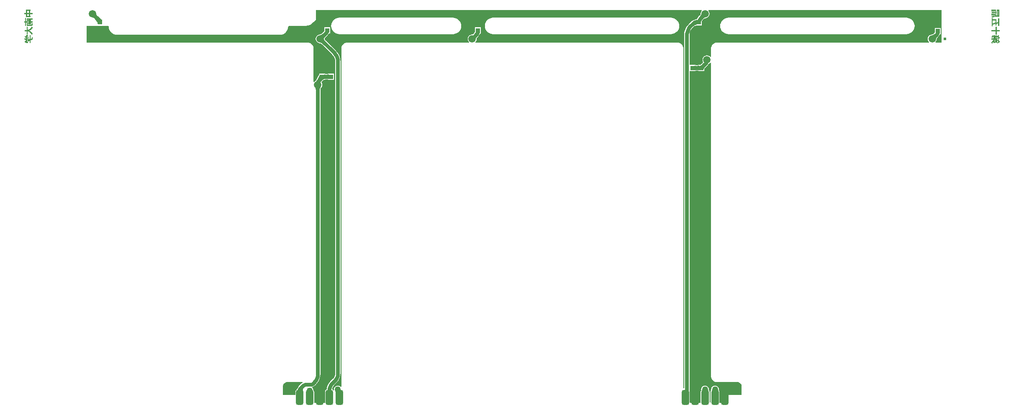
<source format=gbl>
G04*
G04 #@! TF.GenerationSoftware,Altium Limited,Altium Designer,20.1.11 (218)*
G04*
G04 Layer_Physical_Order=2*
G04 Layer_Color=16711680*
%FSLAX25Y25*%
%MOIN*%
G70*
G04*
G04 #@! TF.SameCoordinates,67DEA893-D948-4B9D-9317-8289C47B3BC5*
G04*
G04*
G04 #@! TF.FilePolarity,Positive*
G04*
G01*
G75*
%ADD12R,0.03500X0.03800*%
%ADD17C,0.03150*%
%ADD19C,0.05906*%
%ADD20C,0.02400*%
%ADD21C,0.05000*%
G04:AMPARAMS|DCode=22|XSize=59.06mil|YSize=118.11mil|CornerRadius=14.76mil|HoleSize=0mil|Usage=FLASHONLY|Rotation=0.000|XOffset=0mil|YOffset=0mil|HoleType=Round|Shape=RoundedRectangle|*
%AMROUNDEDRECTD22*
21,1,0.05906,0.08858,0,0,0.0*
21,1,0.02953,0.11811,0,0,0.0*
1,1,0.02953,0.01476,-0.04429*
1,1,0.02953,-0.01476,-0.04429*
1,1,0.02953,-0.01476,0.04429*
1,1,0.02953,0.01476,0.04429*
%
%ADD22ROUNDEDRECTD22*%
G36*
X342000Y-26783D02*
X337193D01*
X337089Y-26478D01*
X337055Y-26283D01*
X337602Y-25570D01*
X337960Y-24707D01*
X338082Y-23779D01*
X338034Y-23416D01*
X338075Y-23345D01*
X338153Y-23230D01*
X338799Y-22478D01*
X339019Y-22253D01*
X339019Y-22252D01*
X339237Y-22034D01*
X339293Y-21951D01*
X340027Y-21057D01*
X340592Y-19998D01*
X341348D01*
Y-15002D01*
X336652D01*
Y-18493D01*
X336317Y-18995D01*
X336246Y-19042D01*
X336032Y-19256D01*
X336031Y-19256D01*
X335583Y-19686D01*
X335211Y-20005D01*
X335063Y-20118D01*
X334934Y-20205D01*
X334863Y-20245D01*
X334500Y-20198D01*
X333573Y-20320D01*
X332709Y-20678D01*
X331967Y-21247D01*
X331398Y-21989D01*
X331040Y-22852D01*
X330918Y-23779D01*
X331040Y-24707D01*
X331398Y-25570D01*
X331945Y-26283D01*
X331911Y-26478D01*
X331807Y-26783D01*
X162992D01*
X162972Y-26787D01*
X162953Y-26784D01*
X162569Y-26803D01*
X162511Y-26817D01*
X162451Y-26817D01*
X161700Y-26967D01*
X161627Y-26997D01*
X161549Y-27013D01*
X160841Y-27306D01*
X160775Y-27350D01*
X160702Y-27380D01*
X160065Y-27806D01*
X160009Y-27862D01*
X159943Y-27906D01*
X159401Y-28448D01*
X159357Y-28514D01*
X159301Y-28569D01*
X158876Y-29207D01*
X158845Y-29280D01*
X158802Y-29346D01*
X158508Y-30054D01*
X158493Y-30131D01*
X158463Y-30204D01*
X158313Y-30956D01*
Y-31016D01*
X158299Y-31073D01*
X158280Y-31457D01*
X158283Y-31476D01*
X158279Y-31496D01*
Y-38118D01*
X157779Y-38288D01*
X157533Y-37967D01*
X156791Y-37398D01*
X155927Y-37040D01*
X155000Y-36918D01*
X154073Y-37040D01*
X153209Y-37398D01*
X152467Y-37967D01*
X151898Y-38709D01*
X151540Y-39573D01*
X151418Y-40500D01*
X151540Y-41427D01*
X151801Y-42057D01*
X151898Y-42291D01*
X151899Y-42292D01*
X152012Y-42496D01*
X150739Y-43727D01*
X150130Y-44263D01*
X149907Y-44440D01*
X149819Y-44502D01*
X148152D01*
Y-44751D01*
X146685Y-44848D01*
X146076Y-44808D01*
X145848Y-44780D01*
Y-44502D01*
X141615D01*
X141115Y-44017D01*
Y-20642D01*
X141096Y-20546D01*
X141239Y-19098D01*
X141689Y-17614D01*
X142420Y-16246D01*
X143343Y-15122D01*
X143425Y-15067D01*
X144913Y-13579D01*
X145594Y-13322D01*
X146530Y-12998D01*
X150911D01*
Y-9550D01*
X150986Y-9439D01*
X151275Y-9059D01*
X151621Y-8714D01*
X152033Y-8301D01*
X152034Y-8301D01*
X152257Y-8085D01*
X152667Y-7727D01*
X152843Y-7594D01*
X153008Y-7482D01*
X153155Y-7397D01*
X153283Y-7336D01*
X153306Y-7327D01*
X153563Y-7361D01*
X154490Y-7239D01*
X155354Y-6882D01*
X156096Y-6312D01*
X156665Y-5570D01*
X157023Y-4707D01*
X157145Y-3779D01*
X157023Y-2853D01*
X156665Y-1989D01*
X156118Y-1276D01*
X156152Y-1081D01*
X156255Y-776D01*
X342000D01*
Y-26783D01*
D02*
G37*
G36*
X153533Y-6732D02*
X153391Y-6743D01*
X153238Y-6777D01*
X153075Y-6835D01*
X152903Y-6918D01*
X152720Y-7024D01*
X152527Y-7154D01*
X152325Y-7307D01*
X151890Y-7687D01*
X151658Y-7912D01*
X149431Y-5685D01*
X149656Y-5452D01*
X150035Y-5018D01*
X150189Y-4815D01*
X150319Y-4623D01*
X150425Y-4440D01*
X150507Y-4267D01*
X150565Y-4105D01*
X150600Y-3952D01*
X150610Y-3809D01*
X153533Y-6732D01*
D02*
G37*
G36*
X146825Y-12388D02*
X146803Y-12374D01*
X146737Y-12378D01*
X146626Y-12403D01*
X146471Y-12446D01*
X145410Y-12813D01*
X144614Y-13113D01*
X143825Y-9792D01*
X146825Y-8612D01*
Y-12388D01*
D02*
G37*
G36*
X-331537Y-3952D02*
X-331502Y-4105D01*
X-331444Y-4267D01*
X-331362Y-4440D01*
X-331256Y-4623D01*
X-331126Y-4815D01*
X-330972Y-5018D01*
X-330593Y-5452D01*
X-330473Y-5576D01*
X-330140Y-5906D01*
X-327409Y-8311D01*
X-327140Y-8478D01*
X-326924Y-8579D01*
X-326762Y-8612D01*
X-330238Y-12388D01*
X-330260Y-11963D01*
X-330327Y-11536D01*
X-330438Y-11107D01*
X-330594Y-10675D01*
X-330795Y-10242D01*
X-331040Y-9806D01*
X-331329Y-9368D01*
X-331663Y-8928D01*
X-332042Y-8486D01*
X-332465Y-8042D01*
X-332064Y-7381D01*
X-332595Y-7912D01*
X-332827Y-7687D01*
X-333262Y-7307D01*
X-333464Y-7154D01*
X-333657Y-7024D01*
X-333840Y-6918D01*
X-334012Y-6835D01*
X-334175Y-6777D01*
X-334328Y-6743D01*
X-334471Y-6732D01*
X-331547Y-3809D01*
X-331537Y-3952D01*
D02*
G37*
G36*
X150974Y-1081D02*
X151008Y-1276D01*
X150461Y-1989D01*
X150103Y-2853D01*
X149981Y-3779D01*
X150015Y-4036D01*
X150007Y-4059D01*
X149946Y-4187D01*
X149860Y-4335D01*
X149749Y-4500D01*
X149615Y-4676D01*
X149257Y-5086D01*
X149042Y-5308D01*
X149042Y-5309D01*
X148284Y-6067D01*
X148224Y-6156D01*
X147513Y-7023D01*
X146990Y-8002D01*
X146215D01*
Y-8271D01*
X145042Y-8732D01*
X144354Y-8941D01*
X143914Y-9176D01*
X143627Y-9289D01*
X143533Y-9380D01*
X143104Y-9609D01*
X142055Y-10470D01*
X142005Y-10503D01*
X140433Y-12075D01*
X140418Y-12099D01*
X139201Y-13523D01*
X138208Y-15143D01*
X137481Y-16899D01*
X137037Y-18747D01*
X136890Y-20615D01*
X136884Y-20642D01*
X136884Y-287000D01*
Y-300773D01*
X136884Y-300774D01*
X136869Y-301434D01*
X136824Y-301997D01*
X136753Y-302472D01*
X136735Y-302544D01*
X136235Y-302483D01*
X136209Y-31496D01*
X136205Y-31476D01*
X136208Y-31457D01*
X136190Y-31073D01*
X136175Y-31016D01*
Y-30956D01*
X136026Y-30204D01*
X135995Y-30131D01*
X135980Y-30054D01*
X135687Y-29346D01*
X135643Y-29280D01*
X135612Y-29207D01*
X135187Y-28569D01*
X135131Y-28514D01*
X135087Y-28448D01*
X134545Y-27906D01*
X134479Y-27862D01*
X134423Y-27806D01*
X133786Y-27380D01*
X133713Y-27350D01*
X133647Y-27306D01*
X132939Y-27013D01*
X132862Y-26997D01*
X132789Y-26967D01*
X132037Y-26817D01*
X131977Y-26817D01*
X131920Y-26803D01*
X131536Y-26784D01*
X131517Y-26787D01*
X131497Y-26783D01*
X-29307D01*
X-29411Y-26478D01*
X-29445Y-26283D01*
X-28898Y-25570D01*
X-28540Y-24707D01*
X-28418Y-23779D01*
X-28487Y-23258D01*
X-27616Y-22387D01*
X-27593Y-22354D01*
X-27318Y-22018D01*
X-27221Y-21958D01*
X-27217Y-21944D01*
X-27205Y-21936D01*
X-27031Y-21668D01*
X-26672Y-21230D01*
X-26330Y-20590D01*
X-26064Y-20182D01*
X-25585Y-19498D01*
X-25152D01*
Y-14502D01*
X-29848D01*
Y-18212D01*
X-29969Y-18502D01*
X-29980Y-18514D01*
X-29995Y-18550D01*
X-30028Y-18570D01*
X-30472Y-19168D01*
X-30476Y-19185D01*
X-30491Y-19195D01*
X-30649Y-19437D01*
X-31479Y-20266D01*
X-32000Y-20198D01*
X-32927Y-20320D01*
X-33791Y-20678D01*
X-34533Y-21247D01*
X-35102Y-21989D01*
X-35460Y-22852D01*
X-35582Y-23779D01*
X-35460Y-24707D01*
X-35102Y-25570D01*
X-34555Y-26283D01*
X-34589Y-26478D01*
X-34692Y-26783D01*
X-131496D01*
X-131516Y-26787D01*
X-131535Y-26784D01*
X-131920Y-26803D01*
X-131977Y-26817D01*
X-132037Y-26817D01*
X-132789Y-26967D01*
X-132862Y-26997D01*
X-132939Y-27013D01*
X-133647Y-27306D01*
X-133713Y-27350D01*
X-133786Y-27380D01*
X-134423Y-27806D01*
X-134479Y-27862D01*
X-134545Y-27906D01*
X-135087Y-28448D01*
X-135131Y-28514D01*
X-135187Y-28569D01*
X-135612Y-29207D01*
X-135643Y-29280D01*
X-135687Y-29346D01*
X-135980Y-30054D01*
X-135995Y-30131D01*
X-136026Y-30204D01*
X-136175Y-30956D01*
Y-31016D01*
X-136190Y-31073D01*
X-136208Y-31457D01*
X-136205Y-31476D01*
X-136209Y-31496D01*
Y-301239D01*
X-136709Y-301408D01*
X-136796Y-301296D01*
X-137441Y-300800D01*
X-138193Y-300489D01*
X-139000Y-300383D01*
X-139807Y-300489D01*
X-140559Y-300800D01*
X-141204Y-301296D01*
X-141700Y-301941D01*
X-142011Y-302693D01*
X-142117Y-303500D01*
X-142054Y-303980D01*
X-142534Y-304161D01*
X-142697Y-303918D01*
X-143383Y-303459D01*
X-143549Y-303426D01*
X-143409Y-302358D01*
X-142876Y-301074D01*
X-142097Y-300058D01*
X-142004Y-299996D01*
X-139979Y-297971D01*
X-139979Y-297971D01*
Y-297971D01*
X-139941Y-297914D01*
X-138909Y-296705D01*
X-138043Y-295293D01*
X-137409Y-293762D01*
X-137023Y-292151D01*
X-136898Y-290567D01*
X-136884Y-290500D01*
Y-41985D01*
X-136890Y-41957D01*
X-137037Y-40090D01*
X-137481Y-38242D01*
X-138208Y-36486D01*
X-139201Y-34865D01*
X-140418Y-33441D01*
X-140433Y-33418D01*
X-148542Y-25309D01*
X-148542Y-25308D01*
X-148757Y-25086D01*
X-149115Y-24676D01*
X-149249Y-24500D01*
X-149360Y-24335D01*
X-149446Y-24187D01*
X-149507Y-24059D01*
X-149515Y-24036D01*
X-149481Y-23779D01*
X-149515Y-23523D01*
X-149507Y-23500D01*
X-149446Y-23372D01*
X-149360Y-23224D01*
X-149249Y-23059D01*
X-149115Y-22883D01*
X-148757Y-22473D01*
X-148542Y-22251D01*
X-148542Y-22250D01*
X-146972Y-20680D01*
X-146972Y-20680D01*
X-146969Y-20683D01*
X-146141Y-19604D01*
X-146098Y-19498D01*
X-145215D01*
Y-14502D01*
X-149911D01*
Y-17627D01*
X-149943Y-17675D01*
X-149964Y-17688D01*
X-151533Y-19258D01*
X-151534Y-19259D01*
X-151757Y-19474D01*
X-152167Y-19832D01*
X-152343Y-19965D01*
X-152508Y-20077D01*
X-152655Y-20162D01*
X-152783Y-20223D01*
X-152806Y-20232D01*
X-153063Y-20198D01*
X-153990Y-20320D01*
X-154854Y-20678D01*
X-155596Y-21247D01*
X-156165Y-21989D01*
X-156523Y-22852D01*
X-156645Y-23779D01*
X-156523Y-24707D01*
X-156165Y-25570D01*
X-155596Y-26312D01*
X-154854Y-26882D01*
X-153990Y-27239D01*
X-153063Y-27361D01*
X-152806Y-27328D01*
X-152783Y-27336D01*
X-152655Y-27397D01*
X-152508Y-27483D01*
X-152343Y-27594D01*
X-152167Y-27727D01*
X-151757Y-28085D01*
X-151534Y-28300D01*
X-151533Y-28301D01*
X-143425Y-36409D01*
X-143343Y-36464D01*
X-142420Y-37588D01*
X-141689Y-38956D01*
X-141239Y-40441D01*
X-141096Y-41888D01*
X-141115Y-41985D01*
Y-290500D01*
X-141101Y-290571D01*
X-141216Y-291740D01*
X-141578Y-292932D01*
X-142165Y-294031D01*
X-142910Y-294938D01*
X-142971Y-294979D01*
X-144996Y-297004D01*
X-145000Y-297001D01*
X-146184Y-298444D01*
X-147065Y-300091D01*
X-147607Y-301878D01*
X-147759Y-303420D01*
X-147955Y-303459D01*
X-148642Y-303918D01*
X-149100Y-304604D01*
X-149261Y-305413D01*
Y-314168D01*
X-157472Y-314174D01*
X-157826Y-313821D01*
Y-305413D01*
X-157986Y-304604D01*
X-158360Y-304045D01*
X-158406Y-303693D01*
X-158718Y-302941D01*
X-159213Y-302296D01*
X-159651Y-301960D01*
X-159511Y-301437D01*
X-159481Y-301433D01*
X-158146Y-300880D01*
X-156999Y-300001D01*
X-157004Y-299996D01*
X-156433Y-299425D01*
X-156418Y-299401D01*
X-155201Y-297977D01*
X-154208Y-296357D01*
X-153481Y-294601D01*
X-153037Y-292753D01*
X-152890Y-290885D01*
X-152885Y-290858D01*
Y-288000D01*
X-152884Y-64779D01*
X-152884Y-64778D01*
X-152879Y-64468D01*
X-152842Y-63925D01*
X-152812Y-63706D01*
X-152774Y-63511D01*
X-152731Y-63346D01*
X-152683Y-63212D01*
X-152673Y-63190D01*
X-152467Y-63033D01*
X-151898Y-62291D01*
X-151540Y-61427D01*
X-151418Y-60500D01*
X-151540Y-59573D01*
X-151898Y-58709D01*
X-152200Y-58315D01*
X-152096Y-58153D01*
X-151780Y-57723D01*
X-151468Y-57359D01*
X-151162Y-57059D01*
X-150864Y-56821D01*
X-150575Y-56644D01*
X-150297Y-56524D01*
X-150200Y-56498D01*
X-149152D01*
Y-56249D01*
X-147685Y-56152D01*
X-147076Y-56192D01*
X-146848Y-56220D01*
Y-56498D01*
X-142152D01*
Y-51502D01*
X-146848D01*
Y-51751D01*
X-148315Y-51848D01*
X-148924Y-51808D01*
X-149152Y-51780D01*
Y-51502D01*
X-153848D01*
Y-52122D01*
X-155290Y-54991D01*
X-155542Y-55299D01*
X-156143Y-56423D01*
X-156210Y-56482D01*
X-156305Y-56677D01*
X-156482Y-57011D01*
X-156644Y-57274D01*
X-156707Y-57363D01*
X-156791Y-57398D01*
X-157533Y-57967D01*
X-157779Y-58288D01*
X-158279Y-58118D01*
Y-31496D01*
X-158283Y-31476D01*
X-158280Y-31457D01*
X-158299Y-31073D01*
X-158313Y-31016D01*
Y-30956D01*
X-158463Y-30204D01*
X-158493Y-30131D01*
X-158508Y-30054D01*
X-158802Y-29346D01*
X-158845Y-29280D01*
X-158876Y-29207D01*
X-159301Y-28569D01*
X-159358Y-28514D01*
X-159401Y-28448D01*
X-159943Y-27906D01*
X-160009Y-27862D01*
X-160065Y-27806D01*
X-160702Y-27380D01*
X-160775Y-27350D01*
X-160841Y-27306D01*
X-161549Y-27013D01*
X-161627Y-26997D01*
X-161700Y-26967D01*
X-162451Y-26817D01*
X-162511Y-26817D01*
X-162569Y-26803D01*
X-162952Y-26784D01*
X-162972Y-26787D01*
X-162991Y-26783D01*
X-339000D01*
Y-13500D01*
X-321819D01*
X-321483Y-13871D01*
X-321496Y-14000D01*
X-321371Y-15275D01*
X-320999Y-16501D01*
X-320395Y-17631D01*
X-319582Y-18621D01*
X-318591Y-19434D01*
X-317462Y-20038D01*
X-316236Y-20410D01*
X-314961Y-20535D01*
X-185039D01*
X-183764Y-20410D01*
X-182538Y-20038D01*
X-181409Y-19434D01*
X-180418Y-18621D01*
X-179605Y-17631D01*
X-179001Y-16501D01*
X-178630Y-15275D01*
X-178504Y-14000D01*
X-178517Y-13871D01*
X-178181Y-13500D01*
X-164674D01*
X-162742Y-13116D01*
X-160922Y-12362D01*
X-159285Y-11268D01*
X-158588Y-10571D01*
X-158588D01*
X-156896Y-8879D01*
X-156755Y-8738D01*
X-156534Y-8408D01*
X-156382Y-8040D01*
X-156305Y-7650D01*
Y-776D01*
X150871D01*
X150974Y-1081D01*
D02*
G37*
G36*
X-29278Y-18713D02*
X-29248Y-18778D01*
X-29238Y-18888D01*
X-25762D01*
X-25806Y-18915D01*
X-25883Y-18998D01*
X-25992Y-19136D01*
X-26512Y-19879D01*
X-27659Y-21641D01*
X-30225Y-19778D01*
X-30038Y-19490D01*
X-29594Y-18892D01*
X-29485Y-18781D01*
X-29396Y-18714D01*
X-29327Y-18692D01*
X-29278Y-18713D01*
D02*
G37*
G36*
X338632Y-21874D02*
X338400Y-22111D01*
X337721Y-22901D01*
X337615Y-23059D01*
X337534Y-23201D01*
X337478Y-23326D01*
X337448Y-23436D01*
X337442Y-23529D01*
X334750Y-20837D01*
X334844Y-20832D01*
X334953Y-20801D01*
X335079Y-20746D01*
X335221Y-20664D01*
X335378Y-20558D01*
X335552Y-20426D01*
X335947Y-20087D01*
X336405Y-19647D01*
X338632Y-21874D01*
D02*
G37*
G36*
X-148931D02*
X-149156Y-22106D01*
X-149535Y-22541D01*
X-149689Y-22744D01*
X-149819Y-22937D01*
X-149925Y-23119D01*
X-150007Y-23292D01*
X-150065Y-23455D01*
X-150100Y-23607D01*
X-150110Y-23750D01*
X-153033Y-20827D01*
X-152891Y-20816D01*
X-152738Y-20782D01*
X-152575Y-20724D01*
X-152403Y-20641D01*
X-152220Y-20535D01*
X-152027Y-20405D01*
X-151825Y-20252D01*
X-151390Y-19873D01*
X-151158Y-19647D01*
X-148931Y-21874D01*
D02*
G37*
G36*
X-150100Y-23952D02*
X-150065Y-24105D01*
X-150007Y-24267D01*
X-149925Y-24440D01*
X-149819Y-24623D01*
X-149689Y-24815D01*
X-149535Y-25018D01*
X-149156Y-25453D01*
X-148931Y-25685D01*
X-151158Y-27912D01*
X-151390Y-27687D01*
X-151825Y-27307D01*
X-152027Y-27154D01*
X-152220Y-27024D01*
X-152403Y-26918D01*
X-152575Y-26835D01*
X-152738Y-26777D01*
X-152891Y-26743D01*
X-153033Y-26732D01*
X-150110Y-23809D01*
X-150100Y-23952D01*
D02*
G37*
G36*
X154465Y-45262D02*
X154002Y-45730D01*
X152346Y-47611D01*
X152256Y-47771D01*
X152220Y-47886D01*
X152238Y-47958D01*
X149692Y-45112D01*
X149759Y-45134D01*
X149871Y-45102D01*
X150028Y-45015D01*
X150230Y-44874D01*
X150477Y-44679D01*
X151106Y-44125D01*
X152388Y-42885D01*
X154465Y-45262D01*
D02*
G37*
G36*
X148762Y-48888D02*
X148731Y-48829D01*
X148636Y-48775D01*
X148478Y-48728D01*
X148258Y-48688D01*
X147975Y-48653D01*
X147315Y-48609D01*
X145521Y-48728D01*
X145364Y-48775D01*
X145270Y-48829D01*
X145238Y-48888D01*
Y-45112D01*
X145270Y-45171D01*
X145364Y-45225D01*
X145521Y-45272D01*
X145742Y-45312D01*
X146025Y-45347D01*
X146685Y-45391D01*
X148478Y-45272D01*
X148636Y-45225D01*
X148731Y-45171D01*
X148762Y-45112D01*
Y-48888D01*
D02*
G37*
G36*
X158279Y-42882D02*
Y-292913D01*
X158283Y-292933D01*
X158280Y-292953D01*
X158299Y-293336D01*
X158313Y-293394D01*
Y-293453D01*
X158463Y-294205D01*
X158493Y-294278D01*
X158508Y-294356D01*
X158802Y-295064D01*
X158845Y-295129D01*
X158876Y-295203D01*
X159301Y-295840D01*
X159357Y-295896D01*
X159401Y-295961D01*
X159943Y-296504D01*
X160009Y-296548D01*
X160065Y-296603D01*
X160702Y-297029D01*
X160775Y-297060D01*
X160841Y-297104D01*
X161549Y-297397D01*
X161627Y-297412D01*
X161700Y-297443D01*
X162451Y-297592D01*
X162511Y-297592D01*
X162569Y-297607D01*
X162952Y-297626D01*
X162972Y-297623D01*
X162991Y-297627D01*
X179839Y-297627D01*
X180449Y-297748D01*
X181025Y-297986D01*
X181542Y-298332D01*
X181983Y-298773D01*
X182328Y-299290D01*
X182567Y-299866D01*
X182688Y-300476D01*
Y-307860D01*
X171678Y-307885D01*
X171525Y-307916D01*
X171373Y-307946D01*
X171372Y-307947D01*
X171371Y-307947D01*
X171243Y-308033D01*
X171112Y-308120D01*
X171112Y-308121D01*
X171111Y-308122D01*
X171025Y-308251D01*
X170938Y-308381D01*
X170938Y-308382D01*
X170938Y-308382D01*
X170907Y-308537D01*
X170877Y-308688D01*
Y-314158D01*
X165363Y-314162D01*
X165009Y-313809D01*
Y-305413D01*
X164848Y-304604D01*
X164465Y-304030D01*
X164534Y-303500D01*
X164428Y-302693D01*
X164117Y-301941D01*
X163621Y-301296D01*
X162976Y-300800D01*
X162224Y-300489D01*
X161417Y-300383D01*
X160610Y-300489D01*
X159859Y-300800D01*
X159213Y-301296D01*
X158718Y-301941D01*
X158406Y-302693D01*
X158300Y-303500D01*
X158370Y-304030D01*
X157986Y-304604D01*
X157826Y-305413D01*
Y-313798D01*
X157604Y-313890D01*
X157135Y-313543D01*
Y-305413D01*
X156974Y-304604D01*
X156555Y-303976D01*
X156617Y-303500D01*
X156511Y-302693D01*
X156200Y-301941D01*
X155704Y-301296D01*
X155059Y-300800D01*
X154307Y-300489D01*
X153500Y-300383D01*
X152693Y-300489D01*
X151941Y-300800D01*
X151296Y-301296D01*
X150800Y-301941D01*
X150489Y-302693D01*
X150383Y-303500D01*
X150460Y-304084D01*
X150112Y-304604D01*
X149952Y-305413D01*
Y-314174D01*
X141741Y-314180D01*
X141387Y-313826D01*
Y-305413D01*
X141226Y-304604D01*
X141225Y-304602D01*
X141116Y-301564D01*
X141115Y-301563D01*
Y-287000D01*
X141115Y-49984D01*
X141152Y-49498D01*
X145848D01*
Y-49249D01*
X147315Y-49152D01*
X147924Y-49192D01*
X148152Y-49220D01*
Y-49498D01*
X152848D01*
Y-47859D01*
X154398Y-46099D01*
X154850Y-45643D01*
X154850Y-45641D01*
X155082Y-45410D01*
X155082Y-45410D01*
Y-45410D01*
X155122Y-45349D01*
X155939Y-44354D01*
X156213Y-43841D01*
X156791Y-43602D01*
X157533Y-43033D01*
X157779Y-42712D01*
X158279Y-42882D01*
D02*
G37*
G36*
X-146238Y-55888D02*
X-146270Y-55828D01*
X-146364Y-55775D01*
X-146521Y-55728D01*
X-146742Y-55688D01*
X-147025Y-55653D01*
X-147685Y-55609D01*
X-149478Y-55728D01*
X-149636Y-55775D01*
X-149731Y-55828D01*
X-149762Y-55888D01*
Y-52112D01*
X-149731Y-52171D01*
X-149636Y-52225D01*
X-149478Y-52272D01*
X-149258Y-52312D01*
X-148975Y-52347D01*
X-148315Y-52391D01*
X-146521Y-52272D01*
X-146364Y-52225D01*
X-146270Y-52171D01*
X-146238Y-52112D01*
Y-55888D01*
D02*
G37*
G36*
X-149762D02*
X-150119Y-55919D01*
X-150474Y-56010D01*
X-150826Y-56163D01*
X-151175Y-56377D01*
X-151521Y-56653D01*
X-151864Y-56989D01*
X-152204Y-57387D01*
X-152542Y-57845D01*
X-152758Y-58180D01*
X-152757Y-58277D01*
X-152735Y-58426D01*
X-152693Y-58572D01*
X-152630Y-58716D01*
X-152547Y-58857D01*
X-153092Y-58743D01*
X-153208Y-58947D01*
X-156168Y-58103D01*
X-156594Y-58014D01*
X-156519Y-57959D01*
X-156441Y-57887D01*
X-156361Y-57799D01*
X-156278Y-57694D01*
X-156192Y-57573D01*
X-156013Y-57281D01*
X-155822Y-56923D01*
X-155723Y-56719D01*
X-155567Y-56748D01*
X-153238Y-52112D01*
X-149762Y-55888D01*
D02*
G37*
G36*
X-153027Y-62717D02*
X-153110Y-62849D01*
X-153184Y-63006D01*
X-153248Y-63186D01*
X-153302Y-63390D01*
X-153347Y-63618D01*
X-153381Y-63870D01*
X-153420Y-64446D01*
X-153425Y-64769D01*
X-156575D01*
X-156580Y-64446D01*
X-156619Y-63870D01*
X-156653Y-63618D01*
X-156698Y-63390D01*
X-156752Y-63186D01*
X-156816Y-63006D01*
X-156890Y-62849D01*
X-156973Y-62717D01*
X-157067Y-62609D01*
X-152933D01*
X-153027Y-62717D01*
D02*
G37*
G36*
X-166386Y-302114D02*
X-166509Y-302374D01*
X-166604Y-302641D01*
X-166672Y-302915D01*
X-166712Y-303196D01*
X-166726Y-303485D01*
X-166713Y-303780D01*
X-166672Y-304082D01*
X-166605Y-304392D01*
X-166510Y-304708D01*
X-166388Y-305031D01*
X-171812Y-304369D01*
X-171641Y-304222D01*
X-171458Y-304033D01*
X-171264Y-303804D01*
X-170837Y-303220D01*
X-170363Y-302472D01*
X-169562Y-301039D01*
X-166386Y-302114D01*
D02*
G37*
G36*
X163134Y-305333D02*
X163104Y-305407D01*
X163078Y-305507D01*
X163055Y-305633D01*
X163036Y-305785D01*
X163008Y-306169D01*
X162992Y-306942D01*
X159843D01*
X159841Y-306658D01*
X159779Y-305633D01*
X159757Y-305507D01*
X159730Y-305407D01*
X159701Y-305333D01*
X159667Y-305285D01*
X163167D01*
X163134Y-305333D01*
D02*
G37*
G36*
X155217D02*
X155187Y-305407D01*
X155161Y-305507D01*
X155138Y-305633D01*
X155119Y-305785D01*
X155091Y-306169D01*
X155075Y-306942D01*
X151925D01*
X151923Y-306658D01*
X151862Y-305633D01*
X151839Y-305507D01*
X151813Y-305407D01*
X151783Y-305333D01*
X151750Y-305285D01*
X155250D01*
X155217Y-305333D01*
D02*
G37*
G36*
X-166994Y-298127D02*
X-167896Y-298609D01*
X-168947Y-299471D01*
X-168996Y-299504D01*
X-169002Y-299513D01*
X-170019Y-300752D01*
X-170029Y-300771D01*
X-170034Y-300775D01*
X-170828Y-302195D01*
X-171285Y-302916D01*
X-171689Y-303469D01*
X-171816Y-303619D01*
X-172264Y-303918D01*
X-172722Y-304604D01*
X-172883Y-305413D01*
Y-307885D01*
X-182665D01*
X-182688Y-300785D01*
Y-300476D01*
X-182567Y-299865D01*
X-182329Y-299290D01*
X-181983Y-298773D01*
X-181542Y-298332D01*
X-181025Y-297986D01*
X-180449Y-297748D01*
X-179839Y-297627D01*
X-167119D01*
X-166994Y-298127D01*
D02*
G37*
G36*
X385179Y-2402D02*
X385648D01*
Y-3299D01*
X385179D01*
Y-5109D01*
X381500D01*
Y-4229D01*
X381827D01*
Y-1472D01*
X381500D01*
Y-583D01*
X385179D01*
Y-2402D01*
D02*
G37*
G36*
X387835Y-6223D02*
X385673D01*
X385363D01*
X385087Y-6232D01*
X384827Y-6240D01*
X384592Y-6257D01*
X384374Y-6273D01*
X384190Y-6290D01*
X384022Y-6307D01*
X383872Y-6324D01*
X383746Y-6340D01*
X383637Y-6357D01*
X383545Y-6374D01*
X383478Y-6391D01*
X383419Y-6399D01*
X383385Y-6408D01*
X383360Y-6416D01*
X383352D01*
X383134Y-6491D01*
X382941Y-6567D01*
X382765Y-6642D01*
X382623Y-6709D01*
X382506Y-6776D01*
X382422Y-6826D01*
X382388Y-6843D01*
X382363Y-6860D01*
X382355Y-6868D01*
X382346D01*
X382221Y-6751D01*
X382095Y-6617D01*
X381961Y-6500D01*
X381835Y-6382D01*
X381718Y-6273D01*
X381634Y-6198D01*
X381601Y-6165D01*
X381575Y-6139D01*
X381559Y-6131D01*
X381550Y-6123D01*
X381785Y-5988D01*
X382036Y-5871D01*
X382271Y-5762D01*
X382497Y-5678D01*
X382598Y-5645D01*
X382690Y-5611D01*
X382774Y-5586D01*
X382849Y-5561D01*
X382908Y-5544D01*
X382950Y-5528D01*
X382975Y-5519D01*
X382983D01*
X383151Y-5477D01*
X383344Y-5444D01*
X383545Y-5410D01*
X383763Y-5385D01*
X384224Y-5335D01*
X384450Y-5327D01*
X384676Y-5310D01*
X384886Y-5301D01*
X385087Y-5293D01*
X385271Y-5285D01*
X385430D01*
X385556Y-5276D01*
X385615D01*
X385656D01*
X385690D01*
X385715D01*
X385732D01*
X385740D01*
Y-575D01*
X387835D01*
Y-6223D01*
D02*
G37*
G36*
X382589Y-8058D02*
X385606D01*
Y-10790D01*
X386947Y-10556D01*
Y-7380D01*
X387785D01*
Y-13447D01*
X386947D01*
Y-11553D01*
X385606Y-11796D01*
Y-13254D01*
X384760D01*
Y-11947D01*
X382589Y-12324D01*
Y-13690D01*
X381760D01*
Y-7061D01*
X382589D01*
Y-8058D01*
D02*
G37*
G36*
X385799Y-16715D02*
X388078D01*
Y-17779D01*
X385799D01*
Y-20486D01*
X384844D01*
Y-17779D01*
X381525D01*
Y-16715D01*
X384844D01*
Y-14008D01*
X385799D01*
Y-16715D01*
D02*
G37*
G36*
X387668Y-22623D02*
X387835Y-22547D01*
X387911Y-22514D01*
X387986Y-22489D01*
X388045Y-22464D01*
X388087Y-22447D01*
X388120Y-22430D01*
X388129D01*
Y-23352D01*
X387919Y-23444D01*
X387718Y-23553D01*
X387534Y-23654D01*
X387374Y-23754D01*
X387240Y-23846D01*
X387190Y-23888D01*
X387140Y-23922D01*
X387106Y-23947D01*
X387081Y-23972D01*
X387064Y-23980D01*
X387056Y-23989D01*
X387668D01*
Y-25648D01*
X387835Y-25564D01*
X387911Y-25522D01*
X387986Y-25489D01*
X388045Y-25464D01*
X388087Y-25438D01*
X388120Y-25430D01*
X388129Y-25422D01*
Y-26335D01*
X387978Y-26411D01*
X387827Y-26494D01*
X387550Y-26687D01*
X387299Y-26880D01*
X387190Y-26972D01*
X387081Y-27064D01*
X386989Y-27156D01*
X386905Y-27232D01*
X386830Y-27307D01*
X386771Y-27374D01*
X386721Y-27425D01*
X386687Y-27466D01*
X386662Y-27492D01*
X386654Y-27500D01*
X386436Y-27299D01*
X386335Y-27207D01*
X386235Y-27131D01*
X386159Y-27064D01*
X386101Y-27006D01*
X386059Y-26972D01*
X386042Y-26964D01*
X386092Y-26905D01*
X386134Y-26855D01*
X386168Y-26821D01*
X386176Y-26805D01*
X385606D01*
Y-24508D01*
X385204D01*
Y-26729D01*
X383352Y-27048D01*
Y-25464D01*
X383243Y-25606D01*
X383142Y-25765D01*
X382950Y-26084D01*
X382782Y-26411D01*
X382707Y-26578D01*
X382640Y-26729D01*
X382581Y-26871D01*
X382531Y-27006D01*
X382481Y-27123D01*
X382439Y-27232D01*
X382413Y-27316D01*
X382388Y-27383D01*
X382380Y-27416D01*
X382371Y-27433D01*
X382195Y-27324D01*
X382045Y-27224D01*
X381902Y-27140D01*
X381785Y-27064D01*
X381693Y-27006D01*
X381617Y-26964D01*
X381575Y-26939D01*
X381559Y-26930D01*
X381684Y-26645D01*
X381810Y-26377D01*
X381944Y-26126D01*
X382087Y-25891D01*
X382221Y-25673D01*
X382355Y-25472D01*
X382481Y-25296D01*
X382606Y-25128D01*
X382723Y-24986D01*
X382832Y-24860D01*
X382925Y-24751D01*
X383008Y-24668D01*
X383075Y-24600D01*
X383126Y-24550D01*
X383159Y-24517D01*
X383168Y-24508D01*
X381525D01*
Y-23595D01*
X383352D01*
Y-21860D01*
X383235Y-21869D01*
X383126Y-21877D01*
X383050Y-21885D01*
X382983Y-21894D01*
X382933Y-21902D01*
X382899D01*
X382883Y-21911D01*
X382874D01*
X382832Y-21927D01*
X382790Y-21944D01*
X382723Y-21994D01*
X382690Y-22045D01*
X382673Y-22053D01*
Y-22061D01*
X382648Y-22112D01*
X382631Y-22170D01*
X382606Y-22288D01*
Y-22338D01*
X382598Y-22380D01*
Y-22514D01*
X382606Y-22573D01*
Y-22640D01*
X382614Y-22715D01*
X382623Y-22883D01*
Y-23050D01*
X382631Y-23126D01*
Y-23193D01*
X382640Y-23251D01*
Y-23335D01*
X382489Y-23285D01*
X382338Y-23235D01*
X382195Y-23201D01*
X382078Y-23167D01*
X381978Y-23134D01*
X381894Y-23117D01*
X381844Y-23100D01*
X381835D01*
X381827D01*
Y-22631D01*
X381835Y-22438D01*
Y-22263D01*
X381844Y-22120D01*
X381860Y-21986D01*
X381869Y-21877D01*
X381877Y-21785D01*
X381894Y-21709D01*
X381902Y-21651D01*
X381911Y-21600D01*
X381927Y-21567D01*
X381936Y-21542D01*
Y-21525D01*
X381944Y-21517D01*
X382053Y-21374D01*
X382103Y-21316D01*
X382162Y-21257D01*
X382204Y-21215D01*
X382237Y-21181D01*
X382263Y-21165D01*
X382271Y-21156D01*
X382321Y-21123D01*
X382405Y-21098D01*
X382514Y-21072D01*
X382631Y-21056D01*
X382774Y-21031D01*
X382925Y-21014D01*
X383251Y-20989D01*
X383411Y-20980D01*
X383561Y-20972D01*
X383704Y-20964D01*
X383830Y-20955D01*
X383930D01*
X384014Y-20947D01*
X384064D01*
X384073D01*
X384081D01*
Y-23595D01*
X384483D01*
Y-21265D01*
X386318D01*
Y-21986D01*
X386654Y-21575D01*
X386796Y-21718D01*
X386855Y-21793D01*
X386913Y-21852D01*
X386964Y-21911D01*
X386997Y-21952D01*
X387022Y-21978D01*
X387031Y-21986D01*
Y-20846D01*
X387668D01*
Y-22623D01*
D02*
G37*
G36*
X-383668Y-1481D02*
X-384154D01*
Y-2989D01*
X-382000D01*
Y-4003D01*
X-384154D01*
Y-5511D01*
X-383693D01*
Y-6500D01*
X-387447D01*
Y-4003D01*
X-388629D01*
Y-2989D01*
X-387447D01*
Y-492D01*
X-383668D01*
Y-1481D01*
D02*
G37*
G36*
X-383391Y-9919D02*
X-382184D01*
Y-10799D01*
X-383391D01*
Y-12224D01*
X-384095D01*
Y-10799D01*
X-384589D01*
Y-12115D01*
X-385302D01*
Y-11503D01*
X-385461Y-11620D01*
X-385528Y-11679D01*
X-385595Y-11729D01*
X-385645Y-11763D01*
X-385687Y-11796D01*
X-385712Y-11813D01*
X-385721Y-11821D01*
X-385989Y-11025D01*
X-385855Y-10950D01*
X-385737Y-10874D01*
X-385620Y-10799D01*
X-385511Y-10732D01*
X-385427Y-10673D01*
X-385360Y-10631D01*
X-385318Y-10598D01*
X-385302Y-10589D01*
Y-10129D01*
X-385553Y-9978D01*
X-385670Y-9902D01*
X-385771Y-9844D01*
X-385863Y-9785D01*
X-385930Y-9743D01*
X-385972Y-9710D01*
X-385989Y-9701D01*
X-385746Y-8930D01*
X-385587Y-9031D01*
X-385511Y-9081D01*
X-385444Y-9123D01*
X-385385Y-9156D01*
X-385344Y-9182D01*
X-385310Y-9198D01*
X-385302Y-9207D01*
Y-8612D01*
X-384589D01*
Y-9919D01*
X-384095D01*
Y-8495D01*
X-383391D01*
Y-9919D01*
D02*
G37*
G36*
X-387279Y-9911D02*
X-386785D01*
Y-7413D01*
X-382033D01*
Y-8327D01*
X-386006D01*
Y-12425D01*
X-383341D01*
X-383265Y-12416D01*
X-383207Y-12408D01*
X-383148Y-12383D01*
X-383098Y-12358D01*
X-383022Y-12282D01*
X-382972Y-12207D01*
X-382947Y-12123D01*
X-382930Y-12048D01*
X-382922Y-11997D01*
Y-11821D01*
X-382930Y-11671D01*
Y-11536D01*
X-382939Y-11411D01*
X-382947Y-11310D01*
Y-11235D01*
X-382955Y-11185D01*
Y-11168D01*
X-382788Y-11210D01*
X-382628Y-11252D01*
X-382478Y-11285D01*
X-382344Y-11310D01*
X-382235Y-11335D01*
X-382142Y-11352D01*
X-382109D01*
X-382084Y-11361D01*
X-382075D01*
X-382067D01*
X-382059Y-11578D01*
Y-12098D01*
X-382067Y-12224D01*
Y-12316D01*
X-382075Y-12349D01*
Y-12391D01*
X-382101Y-12559D01*
X-382134Y-12701D01*
X-382193Y-12827D01*
X-382268Y-12936D01*
X-382344Y-13028D01*
X-382436Y-13104D01*
X-382528Y-13171D01*
X-382628Y-13221D01*
X-382721Y-13263D01*
X-382813Y-13288D01*
X-382897Y-13313D01*
X-382972Y-13321D01*
X-383039Y-13330D01*
X-383089Y-13338D01*
X-383123D01*
X-383131D01*
X-386785D01*
Y-10891D01*
X-387279D01*
Y-13598D01*
X-388050D01*
Y-10891D01*
X-388629D01*
Y-9911D01*
X-388050D01*
Y-7112D01*
X-387279D01*
Y-9911D01*
D02*
G37*
G36*
X-382687Y-14067D02*
X-382520Y-14218D01*
X-382369Y-14352D01*
X-382243Y-14461D01*
X-382142Y-14545D01*
X-382067Y-14604D01*
X-382025Y-14645D01*
X-382008Y-14654D01*
X-382109Y-14838D01*
X-382218Y-15014D01*
X-382436Y-15341D01*
X-382662Y-15634D01*
X-382888Y-15902D01*
X-383123Y-16137D01*
X-383358Y-16347D01*
X-383584Y-16531D01*
X-383802Y-16690D01*
X-384011Y-16824D01*
X-384204Y-16933D01*
X-384371Y-17025D01*
X-384522Y-17101D01*
X-384640Y-17151D01*
X-384690Y-17176D01*
X-384732Y-17193D01*
X-384765Y-17201D01*
X-384790Y-17210D01*
X-384799Y-17218D01*
X-384807D01*
X-384464Y-17361D01*
X-384145Y-17528D01*
X-383852Y-17721D01*
X-383575Y-17914D01*
X-383332Y-18123D01*
X-383106Y-18333D01*
X-382905Y-18551D01*
X-382721Y-18752D01*
X-382561Y-18953D01*
X-382427Y-19146D01*
X-382318Y-19313D01*
X-382226Y-19464D01*
X-382151Y-19581D01*
X-382126Y-19632D01*
X-382101Y-19673D01*
X-382084Y-19715D01*
X-382067Y-19740D01*
X-382059Y-19749D01*
Y-19757D01*
X-382209Y-19875D01*
X-382360Y-20000D01*
X-382511Y-20126D01*
X-382654Y-20243D01*
X-382779Y-20352D01*
X-382838Y-20403D01*
X-382880Y-20444D01*
X-382922Y-20478D01*
X-382947Y-20503D01*
X-382964Y-20511D01*
X-382972Y-20520D01*
X-383048Y-20319D01*
X-383131Y-20126D01*
X-383224Y-19942D01*
X-383324Y-19766D01*
X-383425Y-19598D01*
X-383534Y-19447D01*
X-383651Y-19296D01*
X-383768Y-19154D01*
X-384011Y-18894D01*
X-384263Y-18668D01*
X-384514Y-18475D01*
X-384765Y-18299D01*
X-385008Y-18157D01*
X-385235Y-18039D01*
X-385436Y-17939D01*
X-385620Y-17863D01*
X-385696Y-17830D01*
X-385771Y-17805D01*
X-385830Y-17788D01*
X-385880Y-17771D01*
X-385922Y-17754D01*
X-385955Y-17746D01*
X-385972Y-17738D01*
X-385981D01*
Y-20428D01*
X-386902D01*
Y-17662D01*
X-387171Y-17671D01*
X-387455Y-17687D01*
X-387740Y-17696D01*
X-388008Y-17704D01*
X-388126D01*
X-388235D01*
X-388335D01*
X-388419Y-17713D01*
X-388494D01*
X-388545D01*
X-388578D01*
X-388587D01*
Y-16699D01*
X-388243D01*
X-387925D01*
X-387774Y-16690D01*
X-387631D01*
X-387506Y-16682D01*
X-387388D01*
X-387279Y-16673D01*
X-387187D01*
X-387103Y-16665D01*
X-387028D01*
X-386978D01*
X-386936Y-16657D01*
X-386911D01*
X-386902D01*
Y-14017D01*
X-385981D01*
Y-16565D01*
X-385796Y-16539D01*
X-385612Y-16497D01*
X-385436Y-16447D01*
X-385268Y-16380D01*
X-385101Y-16313D01*
X-384941Y-16229D01*
X-384640Y-16045D01*
X-384363Y-15844D01*
X-384112Y-15618D01*
X-383877Y-15383D01*
X-383668Y-15140D01*
X-383483Y-14905D01*
X-383324Y-14679D01*
X-383190Y-14461D01*
X-383073Y-14277D01*
X-383022Y-14193D01*
X-382989Y-14118D01*
X-382947Y-14051D01*
X-382922Y-14000D01*
X-382897Y-13950D01*
X-382888Y-13916D01*
X-382872Y-13900D01*
Y-13891D01*
X-382687Y-14067D01*
D02*
G37*
G36*
X-385763Y-21877D02*
X-386592D01*
Y-26252D01*
X-385763D01*
Y-27190D01*
X-387414D01*
Y-26227D01*
X-388059Y-26763D01*
X-388553Y-25866D01*
X-388369Y-25741D01*
X-388168Y-25607D01*
X-387983Y-25481D01*
X-387799Y-25355D01*
X-387648Y-25246D01*
X-387581Y-25204D01*
X-387522Y-25162D01*
X-387480Y-25129D01*
X-387439Y-25104D01*
X-387422Y-25095D01*
X-387414Y-25087D01*
Y-24266D01*
X-387623Y-24735D01*
X-387858Y-24601D01*
X-388067Y-24484D01*
X-388243Y-24375D01*
X-388394Y-24282D01*
X-388520Y-24207D01*
X-388570Y-24182D01*
X-388603Y-24157D01*
X-388637Y-24132D01*
X-388662Y-24115D01*
X-388670Y-24106D01*
X-388679D01*
X-388318Y-23285D01*
X-388176Y-23377D01*
X-388025Y-23470D01*
X-387874Y-23553D01*
X-387732Y-23637D01*
X-387606Y-23704D01*
X-387548Y-23729D01*
X-387506Y-23754D01*
X-387464Y-23780D01*
X-387439Y-23796D01*
X-387422Y-23805D01*
X-387414D01*
Y-22690D01*
X-387615Y-22984D01*
X-387816Y-22833D01*
X-388008Y-22682D01*
X-388184Y-22548D01*
X-388335Y-22422D01*
X-388453Y-22321D01*
X-388503Y-22280D01*
X-388553Y-22238D01*
X-388587Y-22213D01*
X-388612Y-22187D01*
X-388620Y-22179D01*
X-388629Y-22171D01*
X-388151Y-21467D01*
X-387891Y-21676D01*
X-387774Y-21768D01*
X-387656Y-21852D01*
X-387556Y-21928D01*
X-387480Y-21986D01*
X-387430Y-22020D01*
X-387422Y-22037D01*
X-387414D01*
Y-20939D01*
X-385763D01*
Y-21877D01*
D02*
G37*
G36*
X-383718Y-23754D02*
X-383316D01*
X-383249Y-23746D01*
X-383182Y-23738D01*
X-383081Y-23679D01*
X-383014Y-23604D01*
X-382964Y-23520D01*
X-382939Y-23436D01*
X-382922Y-23361D01*
X-382913Y-23302D01*
Y-22967D01*
X-382922Y-22808D01*
Y-22539D01*
X-382930Y-22489D01*
Y-22355D01*
X-382620Y-22447D01*
X-382478Y-22489D01*
X-382344Y-22523D01*
X-382226Y-22548D01*
X-382134Y-22565D01*
X-382101Y-22573D01*
X-382075Y-22581D01*
X-382067D01*
X-382059D01*
Y-23176D01*
X-382067Y-23336D01*
Y-23671D01*
X-382075Y-23855D01*
X-382109Y-24014D01*
X-382151Y-24148D01*
X-382201Y-24266D01*
X-382243Y-24350D01*
X-382285Y-24408D01*
X-382318Y-24450D01*
X-382327Y-24458D01*
X-382427Y-24542D01*
X-382545Y-24609D01*
X-382662Y-24651D01*
X-382771Y-24685D01*
X-382872Y-24701D01*
X-382955Y-24718D01*
X-382989D01*
X-383014D01*
X-383022D01*
X-383031D01*
X-383718D01*
Y-27316D01*
X-384547D01*
Y-24819D01*
X-385310Y-25967D01*
X-386123D01*
Y-22204D01*
X-385302D01*
Y-24651D01*
X-384723Y-23754D01*
X-384547D01*
Y-20830D01*
X-383718D01*
Y-23754D01*
D02*
G37*
%LPC*%
G36*
X313866Y-6965D02*
X172134D01*
X170859Y-7090D01*
X169633Y-7462D01*
X168503Y-8066D01*
X167513Y-8879D01*
X166700Y-9869D01*
X166096Y-10999D01*
X165724Y-12225D01*
X165598Y-13500D01*
X165724Y-14775D01*
X166096Y-16001D01*
X166700Y-17131D01*
X167513Y-18121D01*
X168503Y-18934D01*
X169633Y-19538D01*
X170859Y-19910D01*
X172134Y-20035D01*
X313866D01*
X315141Y-19910D01*
X316367Y-19538D01*
X317497Y-18934D01*
X318487Y-18121D01*
X319300Y-17131D01*
X319904Y-16001D01*
X320276Y-14775D01*
X320402Y-13500D01*
X320276Y-12225D01*
X319904Y-10999D01*
X319300Y-9869D01*
X318487Y-8879D01*
X317497Y-8066D01*
X316367Y-7462D01*
X315141Y-7090D01*
X313866Y-6965D01*
D02*
G37*
G36*
X126366D02*
X-15366D01*
X-16641Y-7090D01*
X-17867Y-7462D01*
X-18997Y-8066D01*
X-19987Y-8879D01*
X-20800Y-9869D01*
X-21404Y-10999D01*
X-21776Y-12225D01*
X-21902Y-13500D01*
X-21776Y-14775D01*
X-21404Y-16001D01*
X-20800Y-17131D01*
X-19987Y-18121D01*
X-18997Y-18934D01*
X-17867Y-19538D01*
X-16641Y-19910D01*
X-15366Y-20035D01*
X126366D01*
X127641Y-19910D01*
X128867Y-19538D01*
X129997Y-18934D01*
X130987Y-18121D01*
X131800Y-17131D01*
X132404Y-16001D01*
X132776Y-14775D01*
X132902Y-13500D01*
X132776Y-12225D01*
X132404Y-10999D01*
X131800Y-9869D01*
X130987Y-8879D01*
X129997Y-8066D01*
X128867Y-7462D01*
X127641Y-7090D01*
X126366Y-6965D01*
D02*
G37*
G36*
X-47224D02*
X-137776D01*
X-139051Y-7090D01*
X-140277Y-7462D01*
X-141407Y-8066D01*
X-142397Y-8879D01*
X-143210Y-9869D01*
X-143814Y-10999D01*
X-144185Y-12225D01*
X-144311Y-13500D01*
X-144185Y-14775D01*
X-143814Y-16001D01*
X-143210Y-17131D01*
X-142397Y-18121D01*
X-141407Y-18934D01*
X-140277Y-19538D01*
X-139051Y-19910D01*
X-137776Y-20035D01*
X-47224D01*
X-45949Y-19910D01*
X-44723Y-19538D01*
X-43593Y-18934D01*
X-42603Y-18121D01*
X-41790Y-17131D01*
X-41186Y-16001D01*
X-40815Y-14775D01*
X-40689Y-13500D01*
X-40815Y-12225D01*
X-41186Y-10999D01*
X-41790Y-9869D01*
X-42603Y-8879D01*
X-43593Y-8066D01*
X-44723Y-7462D01*
X-45949Y-7090D01*
X-47224Y-6965D01*
D02*
G37*
G36*
X384450Y-1472D02*
X383855D01*
Y-2402D01*
X384450D01*
Y-1472D01*
D02*
G37*
G36*
X383151D02*
X382556D01*
Y-2402D01*
X383151D01*
Y-1472D01*
D02*
G37*
G36*
X384450Y-3299D02*
X383855D01*
Y-4229D01*
X384450D01*
Y-3299D01*
D02*
G37*
G36*
X383151D02*
X382556D01*
Y-4229D01*
X383151D01*
Y-3299D01*
D02*
G37*
G36*
X387056Y-1514D02*
X386511D01*
Y-5276D01*
X387056D01*
Y-1514D01*
D02*
G37*
G36*
X384760Y-9056D02*
X382589D01*
Y-11327D01*
X384760Y-10941D01*
Y-9056D01*
D02*
G37*
G36*
X386318Y-22237D02*
Y-23478D01*
X386444Y-23377D01*
X386570Y-23277D01*
X386687Y-23184D01*
X386796Y-23109D01*
X386888Y-23050D01*
X386964Y-23000D01*
X387014Y-22966D01*
X387031Y-22958D01*
Y-22522D01*
X386830Y-22765D01*
X386729Y-22656D01*
X386637Y-22556D01*
X386553Y-22464D01*
X386478Y-22388D01*
X386411Y-22321D01*
X386360Y-22279D01*
X386327Y-22246D01*
X386318Y-22237D01*
D02*
G37*
G36*
X385606Y-22170D02*
X385204D01*
Y-23595D01*
X385606D01*
Y-22170D01*
D02*
G37*
G36*
X386318Y-23519D02*
Y-24902D01*
X386612Y-24550D01*
X386771Y-24726D01*
X386838Y-24802D01*
X386905Y-24869D01*
X386955Y-24936D01*
X386997Y-24978D01*
X387022Y-25011D01*
X387031Y-25019D01*
Y-24005D01*
X386939Y-24073D01*
X386863Y-24140D01*
X386830Y-24165D01*
X386805Y-24182D01*
X386796Y-24190D01*
X386788Y-24198D01*
X386696Y-24064D01*
X386612Y-23930D01*
X386536Y-23821D01*
X386461Y-23721D01*
X386402Y-23637D01*
X386360Y-23570D01*
X386327Y-23536D01*
X386318Y-23519D01*
D02*
G37*
G36*
X384483Y-24508D02*
X384081D01*
Y-26033D01*
X384483Y-25967D01*
Y-24508D01*
D02*
G37*
G36*
X386318Y-25279D02*
Y-26662D01*
X386444Y-26545D01*
X386570Y-26427D01*
X386687Y-26327D01*
X386796Y-26235D01*
X386888Y-26159D01*
X386964Y-26109D01*
X387014Y-26067D01*
X387031Y-26059D01*
Y-25497D01*
X386813Y-25774D01*
X386712Y-25673D01*
X386620Y-25581D01*
X386536Y-25497D01*
X386469Y-25422D01*
X386402Y-25363D01*
X386360Y-25321D01*
X386327Y-25288D01*
X386318Y-25279D01*
D02*
G37*
G36*
X-385075Y-1481D02*
X-386517D01*
Y-2989D01*
X-385075D01*
Y-1481D01*
D02*
G37*
G36*
Y-4003D02*
X-386517D01*
Y-5511D01*
X-385075D01*
Y-4003D01*
D02*
G37*
%LPD*%
D12*
X-147563Y-17000D02*
D03*
Y-10100D02*
D03*
X-328500Y-10500D02*
D03*
Y-17400D02*
D03*
X339000Y-17500D02*
D03*
Y-10600D02*
D03*
X143500Y-47000D02*
D03*
Y-53900D02*
D03*
X150500Y-47000D02*
D03*
Y-53900D02*
D03*
X148563Y-10500D02*
D03*
Y-17400D02*
D03*
X-27500Y-17000D02*
D03*
Y-10100D02*
D03*
X-144500Y-54000D02*
D03*
Y-47100D02*
D03*
X-151500Y-54000D02*
D03*
Y-47100D02*
D03*
D17*
X-143500Y-298500D02*
X-144139Y-299228D01*
X-144677Y-300034D01*
X-145106Y-300903D01*
X-145417Y-301820D01*
X-145606Y-302770D01*
X-145669Y-303737D01*
X-141475Y-296475D02*
X-140843Y-295768D01*
X-140295Y-294995D01*
X-139837Y-294166D01*
X-139474Y-293291D01*
X-139212Y-292380D01*
X-139053Y-291446D01*
X-139000Y-290500D01*
Y-306934D02*
X-138860Y-307999D01*
X-138449Y-308991D01*
X-137795Y-309842D01*
X-157929Y-297929D02*
X-157270Y-297202D01*
X-156685Y-296414D01*
X-156181Y-295572D01*
X-155761Y-294685D01*
X-155431Y-293761D01*
X-155192Y-292809D01*
X-155048Y-291838D01*
X-155000Y-290858D01*
X-160914Y-299500D02*
X-160030Y-299384D01*
X-159207Y-299043D01*
X-158500Y-298500D01*
X-163879Y-299500D02*
X-164878Y-299598D01*
X-165839Y-299890D01*
X-166724Y-300363D01*
X-167500Y-301000D01*
X-168123Y-301730D01*
X-168625Y-302548D01*
X-168992Y-303435D01*
X-169216Y-304368D01*
X-169291Y-305325D01*
X153500Y-309738D02*
X153543Y-309842D01*
X137795D02*
X138449Y-308991D01*
X138860Y-307999D01*
X139000Y-306934D01*
X149779Y-7563D02*
X149119Y-8423D01*
X148705Y-9425D01*
X148563Y-10500D01*
X147121D02*
X146123Y-10598D01*
X145162Y-10890D01*
X144277Y-11363D01*
X143501Y-11999D01*
X143500Y-12000D01*
X141929Y-13571D02*
X141270Y-14298D01*
X140685Y-15086D01*
X140181Y-15928D01*
X139761Y-16815D01*
X139431Y-17739D01*
X139192Y-18691D01*
X139048Y-19662D01*
X139000Y-20642D01*
X-29112Y-20891D02*
X-28427Y-20057D01*
X-27919Y-19106D01*
X-27606Y-18074D01*
X-27500Y-17000D01*
X-152879Y-55379D02*
X-153503Y-56091D01*
X-154030Y-56879D01*
X-154449Y-57728D01*
X-154753Y-58626D01*
X-154938Y-59555D01*
X-155000Y-60500D01*
X-328500Y-10500D02*
X-329009Y-9271D01*
X-139000Y-41985D02*
X-139048Y-41004D01*
X-139192Y-40034D01*
X-139431Y-39082D01*
X-139761Y-38158D01*
X-140181Y-37271D01*
X-140685Y-36429D01*
X-141270Y-35641D01*
X-141929Y-34914D01*
X-148468Y-19184D02*
X-147798Y-18182D01*
X-147563Y-17000D01*
X337742Y-20538D02*
X338424Y-19648D01*
X338854Y-18612D01*
X339000Y-17500D01*
X153586Y-43914D02*
X154186Y-43183D01*
X154632Y-42348D01*
X154907Y-41442D01*
X155000Y-40500D01*
X-329009Y-9271D02*
X-329010Y-9270D01*
X-139000Y-290500D02*
Y-41985D01*
X-143500Y-298500D02*
X-141475Y-296475D01*
X-145669Y-309842D02*
Y-303737D01*
X-139000Y-306934D02*
Y-303500D01*
X-155000Y-288000D02*
X-155000Y-60500D01*
X-158500Y-298500D02*
X-157929Y-297929D01*
X-163879Y-299500D02*
X-160914D01*
X-169291Y-309842D02*
Y-305325D01*
X-155000Y-290858D02*
Y-288000D01*
X153500Y-309738D02*
Y-303500D01*
X161417Y-309842D02*
Y-303500D01*
X139000Y-287000D02*
X139000Y-20642D01*
X139000Y-306934D02*
Y-287000D01*
X149779Y-7563D02*
X153563Y-3779D01*
X147121Y-10500D02*
X148563D01*
X143500Y-12000D02*
X143501Y-11999D01*
X141929Y-13571D02*
X143500Y-12000D01*
X-32000Y-23779D02*
X-29112Y-20891D01*
X-152879Y-55379D02*
X-151500Y-54000D01*
X-329010Y-9270D02*
X-329009Y-9271D01*
X-334500Y-3779D02*
X-329010Y-9270D01*
X-153063Y-23779D02*
X-141929Y-34914D01*
X-153063Y-23779D02*
X-148468Y-19184D01*
X334500Y-23779D02*
X337742Y-20538D01*
X143500Y-47000D02*
X150500D01*
X153586Y-43914D01*
X-151500Y-54000D02*
X-144500D01*
D19*
X-32000Y-23779D02*
D03*
Y-3779D02*
D03*
X-153063Y-23779D02*
D03*
Y-3779D02*
D03*
X334500Y-23779D02*
D03*
Y-3779D02*
D03*
X153563D02*
D03*
Y-23779D02*
D03*
X155000Y-40500D02*
D03*
Y-60500D02*
D03*
X-155000D02*
D03*
Y-40500D02*
D03*
X-334500Y-3779D02*
D03*
Y-23779D02*
D03*
D20*
X244500Y-4335D02*
D03*
X184500Y-4036D02*
D03*
X98000Y-4500D02*
D03*
X77000Y-23806D02*
D03*
X13500Y-23779D02*
D03*
X37000Y-4000D02*
D03*
X-6000D02*
D03*
X-48500Y-3779D02*
D03*
X-94000D02*
D03*
X-211500Y-24500D02*
D03*
X-275500D02*
D03*
X-183819Y-24707D02*
D03*
X-178291Y-21478D02*
D03*
X169291Y-312500D02*
D03*
X146000Y-311000D02*
D03*
X-153500Y-312500D02*
D03*
X333500Y-13500D02*
D03*
X344500Y-23779D02*
D03*
X175500Y-305059D02*
D03*
X179839Y-303359D02*
D03*
X173500Y-300476D02*
D03*
X165500Y-299866D02*
D03*
X144061Y-301296D02*
D03*
X155059Y-287500D02*
D03*
X156665Y-49098D02*
D03*
Y-34500D02*
D03*
X164000Y-3000D02*
D03*
X145828Y-24906D02*
D03*
X143000Y-6965D02*
D03*
X153343Y-14000D02*
D03*
X-32000Y-13500D02*
D03*
X-22000Y-22852D02*
D03*
X-320500Y-20535D02*
D03*
X-152843Y-14000D02*
D03*
X-144019Y-22852D02*
D03*
Y-26708D02*
D03*
X-138208Y-32099D02*
D03*
X-156896Y-50500D02*
D03*
X-137441Y-297592D02*
D03*
X-146385Y-292975D02*
D03*
X-148500Y-297592D02*
D03*
X-153000Y-300785D02*
D03*
X-173000Y-299901D02*
D03*
X-178000Y-301657D02*
D03*
X-175500Y-306200D02*
D03*
X-180000Y-306059D02*
D03*
D21*
X-139000Y-303500D02*
D03*
X-161417Y-304500D02*
D03*
X153500Y-303500D02*
D03*
X161417D02*
D03*
D22*
X145669Y-309842D02*
D03*
X153543D02*
D03*
X161417D02*
D03*
X169291D02*
D03*
X137795D02*
D03*
X-137795D02*
D03*
X-169291D02*
D03*
X-161417D02*
D03*
X-153543D02*
D03*
X-145669D02*
D03*
M02*

</source>
